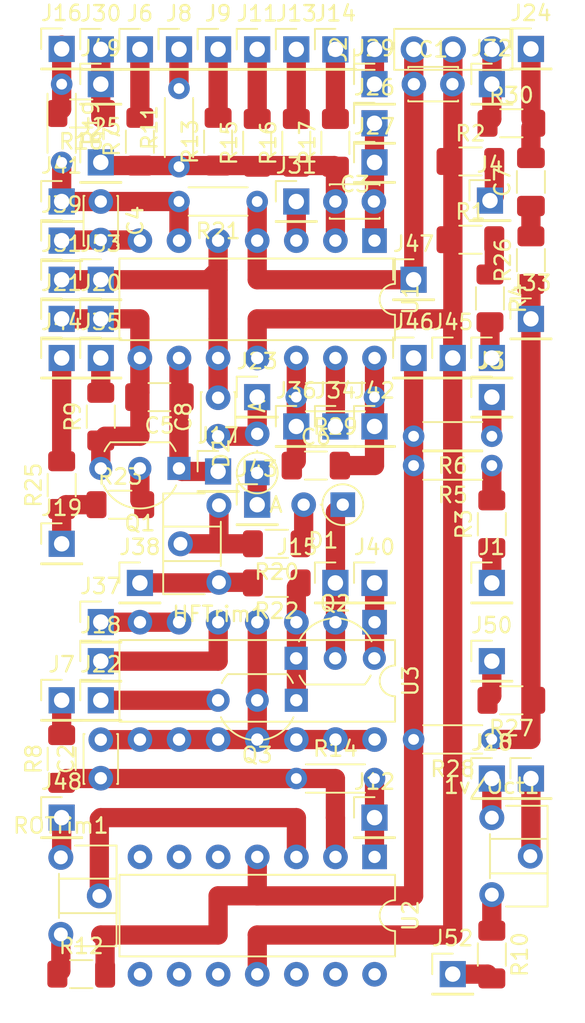
<source format=kicad_pcb>
(kicad_pcb (version 20211014) (generator pcbnew)
  (layers (0 "F.Cu" signal) (31 "B.Cu" signal) (34 "B.Paste" user) (35 "F.Paste" user) (36 "B.SilkS" user "B.Silkscreen") (37 "F.SilkS" user "F.Silkscreen") (38 "B.Mask" user) (39 "F.Mask" user) (44 "Edge.Cuts" user))
  (net 0 "")
  (net 1 "Net-(1v/Oct1-Pad1)")
  (net 2 "Net-(1v/Oct1-Pad2)")
  (net 3 "Net-(1v/Oct1-Pad3)")
  (net 4 "+12V")
  (net 5 "-12V")
  (net 6 "Net-(C2-Pad1)")
  (net 7 "GND")
  (net 8 "Net-(C4-Pad1)")
  (net 9 "Net-(C4-Pad2)")
  (net 10 "Net-(C5-Pad1)")
  (net 11 "Net-(C5-Pad2)")
  (net 12 "Net-(C6-Pad2)")
  (net 13 "Net-(C7-Pad1)")
  (net 14 "Net-(C7-Pad2)")
  (net 15 "Net-(C8-Pad1)")
  (net 16 "Net-(D1-Pad1)")
  (net 17 "Net-(D1-Pad2)")
  (net 18 "Net-(HFTrim1-Pad2)")
  (net 19 "Net-(J3-Pad1)")
  (net 20 "Net-(J4-Pad1)")
  (net 21 "Net-(J5-Pad1)")
  (net 22 "Net-(J6-Pad1)")
  (net 23 "Net-(J7-Pad1)")
  (net 24 "Net-(J8-Pad1)")
  (net 25 "Net-(J9-Pad1)")
  (net 26 "Net-(J11-Pad1)")
  (net 27 "Net-(J12-Pad1)")
  (net 28 "Net-(J13-Pad1)")
  (net 29 "Net-(J14-Pad1)")
  (net 30 "Net-(J16-Pad1)")
  (net 31 "Net-(J19-Pad1)")
  (net 32 "Net-(ROTrim1-Pad2)")
  (net 33 "Net-(J1-Pad1)")
  (net 34 "Net-(J18-Pad1)")
  (net 35 "Net-(J22-Pad1)")
  (net 36 "Net-(Q1-Pad2)")
  (net 37 "Net-(Q2-Pad1)")
  (net 38 "Net-(R1-Pad2)")
  (net 39 "Net-(R3-Pad2)")
  (net 40 "Net-(R12-Pad1)")
  (net 41 "Net-(C3-Pad2)")
  (net 42 "Net-(J34-Pad1)")
  (net 43 "Net-(J35-Pad1)")
  (net 44 "Net-(J37-Pad1)")
  (net 45 "Net-(D2-Pad1)")
  (net 46 "Net-(C3-Pad1)")
  (net 47 "Net-(C6-Pad1)")
  (net 48 "Net-(HFTrim1-Pad1)")
  (net 49 "Net-(J33-Pad1)")
  (net 50 "Net-(J40-Pad1)")
  (net 51 "Net-(J44-Pad1)")
  (net 52 "Net-(ROTrim1-Pad1)")
  (net 53 "Net-(R27-Pad2)")
  (net 54 "Net-(R10-Pad2)")
  (footprint "Connector_PinHeader_2.54mm:PinHeader_1x01_P2.54mm_Vertical" (layer "F.Cu") (at 87.63 -21.31)
    (fp_text reference "J9")
    (fp_text value "CVIN 1")
  )
  (footprint "Resistor_THT:R_Axial_DIN0204_L3.6mm_D1.6mm_P5.08mm_Horizontal" (layer "F.Cu") (at 92.71 26.035)
    (fp_text reference "R14")
    (fp_text value "47k")
  )
  (footprint "Connector_PinHeader_2.54mm:PinHeader_1x01_P2.54mm_Vertical" (layer "F.Cu") (at 105.41 1.27)
    (fp_text reference "J3")
    (fp_text value "TP2+")
  )
  (footprint "Connector_PinHeader_2.54mm:PinHeader_1x01_P2.54mm_Vertical" (layer "F.Cu") (at 87.63 6.096)
    (fp_text reference "J17")
    (fp_text value "EXPIN")
  )
  (footprint "Connector_PinHeader_2.54mm:PinHeader_1x01_P2.54mm_Vertical" (layer "F.Cu") (at 77.47 -8.89)
    (fp_text reference "J39")
    (fp_text value "jumper11")
  )
  (footprint "Connector_PinHeader_2.54mm:PinHeader_1x01_P2.54mm_Vertical" (layer "F.Cu") (at 77.47 -3.81)
    (fp_text reference "J21")
    (fp_text value "RAWOUT")
  )
  (footprint "Connector_PinHeader_2.54mm:PinHeader_1x01_P2.54mm_Vertical" (layer "F.Cu") (at 80.01 -13.97)
    (fp_text reference "J25")
    (fp_text value "tempco m1")
  )
  (footprint "Connector_PinHeader_2.54mm:PinHeader_1x01_P2.54mm_Vertical" (layer "F.Cu") (at 77.47 -11.43)
    (fp_text reference "J41")
    (fp_text value "jumper12")
  )
  (footprint "Resistor_SMD:R_1206_3216Metric_Pad1.30x1.75mm_HandSolder" (layer "F.Cu") (at 78.74 38.735)
    (fp_text reference "R12")
    (fp_text value "100k")
  )
  (footprint "Connector_PinHeader_2.54mm:PinHeader_1x01_P2.54mm_Vertical" (layer "F.Cu") (at 100.33 -6.35)
    (fp_text reference "J47")
    (fp_text value "plus12")
  )
  (footprint "Diode_THT:D_DO-35_SOD27_P2.54mm_Vertical_AnodeUp" (layer "F.Cu") (at 90.17 6.194314 90)
    (fp_text reference "D2")
    (fp_text value "DIODE")
  )
  (footprint "Resistor_SMD:R_1206_3216Metric_Pad1.30x1.75mm_HandSolder" (layer "F.Cu") (at 92.71 -15.24 90)
    (fp_text reference "R16")
    (fp_text value "100k")
  )
  (footprint "Diode_THT:D_DO-35_SOD27_P2.54mm_Vertical_AnodeUp" (layer "F.Cu") (at 95.729315 8.255 180)
    (fp_text reference "D1")
    (fp_text value "DIODE")
  )
  (footprint "Package_DIP:DIP-14_W7.62mm" (layer "F.Cu") (at 97.795 15.885 -90)
    (fp_text reference "U3")
    (fp_text value "LM324")
  )
  (footprint "Potentiometer_THT:Potentiometer_ACP_CA6-H2,5_Horizontal" (layer "F.Cu") (at 87.685 13.295 180)
    (fp_text reference "HFTrim1")
    (fp_text value "100k")
  )
  (footprint "Connector_PinHeader_2.54mm:PinHeader_1x01_P2.54mm_Vertical" (layer "F.Cu") (at 95.25 -21.31)
    (fp_text reference "J14")
    (fp_text value "CVIN 4")
  )
  (footprint "Resistor_SMD:R_1206_3216Metric_Pad1.30x1.75mm_HandSolder" (layer "F.Cu") (at 91.44 10.795 180)
    (fp_text reference "R20")
    (fp_text value "4.7k")
  )
  (footprint "Resistor_SMD:R_1206_3216Metric_Pad1.30x1.75mm_HandSolder" (layer "F.Cu") (at 106.68 -16.51)
    (fp_text reference "R30")
    (fp_text value "100k")
  )
  (footprint "Connector_PinHeader_2.54mm:PinHeader_1x01_P2.54mm_Vertical" (layer "F.Cu") (at 90.17 -21.31)
    (fp_text reference "J11")
    (fp_text value "CVIN 2")
  )
  (footprint "Package_TO_SOT_THT:TO-92L_Inline_Wide" (layer "F.Cu") (at 92.7 18.23)
    (fp_text reference "Q2")
    (fp_text value "2N3904")
  )
  (footprint "Connector_PinHeader_2.54mm:PinHeader_1x01_P2.54mm_Vertical" (layer "F.Cu") (at 90.17 8.255)
    (fp_text reference "J43")
    (fp_text value "JUMPER15")
  )
  (footprint "Resistor_SMD:R_1206_3216Metric_Pad1.30x1.75mm_HandSolder" (layer "F.Cu") (at 90.17 -15.24 90)
    (fp_text reference "R15")
    (fp_text value "100k")
  )
  (footprint "Capacitor_THT:C_Disc_D3.0mm_W2.0mm_P2.50mm" (layer "F.Cu") (at 80.01 -11.43 -90)
    (fp_text reference "C4")
    (fp_text value "100pF")
  )
  (footprint "Connector_PinHeader_2.54mm:PinHeader_1x01_P2.54mm_Vertical" (layer "F.Cu") (at 92.71 3.175)
    (fp_text reference "J36")
    (fp_text value "JUMPER4")
  )
  (footprint "Resistor_THT:R_Axial_DIN0204_L3.6mm_D1.6mm_P5.08mm_Horizontal" (layer "F.Cu") (at 105.41 5.715 180)
    (fp_text reference "R5")
    (fp_text value "100k")
  )
  (footprint "Connector_PinHeader_2.54mm:PinHeader_1x01_P2.54mm_Vertical" (layer "F.Cu") (at 105.41 -19.05)
    (fp_text reference "J32")
    (fp_text value "gndj2")
  )
  (footprint "Resistor_SMD:R_1206_3216Metric_Pad1.30x1.75mm_HandSolder" (layer "F.Cu") (at 104.02 -8.95)
    (fp_text reference "R1")
    (fp_text value "100k")
  )
  (footprint "Package_TO_SOT_THT:TO-92L_Inline_Wide" (layer "F.Cu") (at 92.71 20.955 180)
    (fp_text reference "Q3")
    (fp_text value "2N3904")
  )
  (footprint "Connector_PinHeader_2.54mm:PinHeader_1x01_P2.54mm_Vertical" (layer "F.Cu") (at 107.95 -21.336)
    (fp_text reference "J24")
    (fp_text value "SYNC")
  )
  (footprint "Connector_PinHeader_2.54mm:PinHeader_1x01_P2.54mm_Vertical" (layer "F.Cu") (at 80.01 18.415)
    (fp_text reference "J18")
    (fp_text value "EXPOUT")
  )
  (footprint "Resistor_SMD:R_1206_3216Metric_Pad1.30x1.75mm_HandSolder" (layer "F.Cu") (at 105.41 37.465 -90)
    (fp_text reference "R10")
    (fp_text value "475")
  )
  (footprint "Connector_PinHeader_2.54mm:PinHeader_1x01_P2.54mm_Vertical" (layer "F.Cu") (at 97.79 -19.05)
    (fp_text reference "J29")
    (fp_text value "gndj0")
  )
  (footprint "Connector_PinHeader_2.54mm:PinHeader_1x01_P2.54mm_Vertical" (layer "F.Cu") (at 107.95 -3.81)
    (fp_text reference "J33")
    (fp_text value "JUMPER2")
  )
  (footprint "Resistor_SMD:R_1206_3216Metric_Pad1.30x1.75mm_HandSolder" (layer "F.Cu") (at 105.29 -5.14 -90)
    (fp_text reference "R4")
    (fp_text value "100k")
  )
  (footprint "Resistor_SMD:R_1206_3216Metric_Pad1.30x1.75mm_HandSolder" (layer "F.Cu") (at 81.28 8.255)
    (fp_text reference "R23")
    (fp_text value "100k")
  )
  (footprint "Resistor_SMD:R_1206_3216Metric_Pad1.30x1.75mm_HandSolder" (layer "F.Cu") (at 107.95 -7.62 90)
    (fp_text reference "R26")
    (fp_text value "1k")
  )
  (footprint "Capacitor_SMD:C_1206_3216Metric_Pad1.33x1.80mm_HandSolder" (layer "F.Cu") (at 83.82 1.27 180)
    (fp_text reference "C5")
    (fp_text value "0.005uF")
  )
  (footprint "Capacitor_THT:C_Disc_D3.0mm_W2.0mm_P2.50mm" (layer "F.Cu") (at 87.63 3.81 90)
    (fp_text reference "C8")
    (fp_text value "100pF")
  )
  (footprint "Connector_PinHeader_2.54mm:PinHeader_1x01_P2.54mm_Vertical" (layer "F.Cu") (at 102.87 38.735)
    (fp_text reference "J52")
    (fp_text value "gnd")
  )
  (footprint "Connector_PinHeader_2.54mm:PinHeader_1x01_P2.54mm_Vertical" (layer "F.Cu") (at 102.87 -1.27)
    (fp_text reference "J45")
    (fp_text value "minus12")
  )
  (footprint "Connector_PinHeader_2.54mm:PinHeader_1x01_P2.54mm_Vertical" (layer "F.Cu") (at 77.47 -1.27)
    (fp_text reference "J44")
    (fp_text value "minus12")
  )
  (footprint "Resistor_SMD:R_1206_3216Metric_Pad1.30x1.75mm_HandSolder" (layer "F.Cu") (at 82.55 -15.315 90)
    (fp_text reference "R7")
    (fp_text value "100k")
  )
  (footprint "Resistor_SMD:R_1206_3216Metric_Pad1.30x1.75mm_HandSolder" (layer "F.Cu") (at 104.02 -14.03)
    (fp_text reference "R2")
    (fp_text value "10k")
  )
  (footprint "Connector_PinHeader_2.54mm:PinHeader_1x01_P2.54mm_Vertical" (layer "F.Cu") (at 97.79 28.575)
    (fp_text reference "J12")
    (fp_text value "RAMPOUT")
  )
  (footprint "Connector_PinHeader_2.54mm:PinHeader_1x01_P2.54mm_Vertical" (layer "F.Cu") (at 85.09 -21.31)
    (fp_text reference "J8")
    (fp_text value "TP2val")
  )
  (footprint "Resistor_SMD:R_1206_3216Metric_Pad1.30x1.75mm_HandSolder" (layer "F.Cu") (at 87.63 -15.315 90)
    (fp_text reference "R13")
    (fp_text value "100k")
  )
  (footprint "Capacitor_THT:C_Disc_D3.0mm_W2.0mm_P2.50mm" (layer "F.Cu") (at 100.35 -19.05)
    (fp_text reference "C1")
    (fp_text value ".1uF")
  )
  (footprint "Connector_PinHeader_2.54mm:PinHeader_1x01_P2.54mm_Vertical" (layer "F.Cu") (at 80.01 15.875)
    (fp_text reference "J37")
    (fp_text value "gnd")
  )
  (footprint "Connector_PinHeader_2.54mm:PinHeader_1x01_P2.54mm_Vertical" (layer "F.Cu") (at 90.17 1.27)
    (fp_text reference "J23")
    (fp_text value "JUMPER00")
  )
  (footprint "Resistor_THT:R_Axial_DIN0204_L3.6mm_D1.6mm_P5.08mm_Horizontal" (layer "F.Cu") (at 97.79 1.27 180)
    (fp_text reference "R29")
    (fp_text value "1M")
  )
  (footprint "Resistor_SMD:R_1206_3216Metric_Pad1.30x1.75mm_HandSolder" (layer "F.Cu") (at 105.41 9.525 90)
    (fp_text reference "R3")
    (fp_text value "100k")
  )
  (footprint "Connector_PinHeader_2.54mm:PinHeader_1x01_P2.54mm_Vertical" (layer "F.Cu") (at 80.01 20.955)
    (fp_text reference "J22")
    (fp_text value "EXPOUT")
  )
  (footprint "Connector_PinHeader_2.54mm:PinHeader_1x01_P2.54mm_Vertical" (layer "F.Cu") (at 95.25 3.175)
    (fp_text reference "J34")
    (fp_text value "JUMPER3")
  )
  (footprint "Package_DIP:DIP-14_W7.62mm" (layer "F.Cu") (at 97.79 -8.89 -90)
    (fp_text reference "U1")
    (fp_text value "LM324")
  )
  (footprint "Resistor_SMD:R_1206_3216Metric_Pad1.30x1.75mm_HandSolder" (layer "F.Cu") (at 77.47 6.985 90)
    (fp_text reference "R25")
    (fp_text value "18k")
  )
  (footprint "Connector_PinHeader_2.54mm:PinHeader_1x01_P2.54mm_Vertical" (layer "F.Cu") (at 80.01 -1.27)
    (fp_text reference "J35")
    (fp_text value "JUMPER5")
  )
  (footprint "Connector_PinHeader_2.54mm:PinHeader_1x01_P2.54mm_Vertical" (layer "F.Cu") (at 100.33 -1.27)
    (fp_text reference "J46")
    (fp_text value "plus12")
  )
  (footprint "Connector_PinHeader_2.54mm:PinHeader_1x01_P2.54mm_Vertical" (layer "F.Cu") (at 97.79 -13.97)
    (fp_text reference "J27")
    (fp_text value "sumamp1")
  )
  (footprint "Connector_PinHeader_2.54mm:PinHeader_1x01_P2.54mm_Vertical" (layer "F.Cu") (at 80.01 -6.35)
    (fp_text reference "J53")
    (fp_text value "gnd")
  )
  (footprint "Connector_PinHeader_2.54mm:PinHeader_1x01_P2.54mm_Vertical" (layer "F.Cu") (at 80.01 -19.05)
    (fp_text reference "J49")
    (fp_text value "gnd")
  )
  (footprint "Connector_PinHeader_2.54mm:PinHeader_1x01_P2.54mm_Vertical" (layer "F.Cu") (at 80.01 -21.31)
    (fp_text reference "J30")
    (fp_text value "gndj3")
  )
  (footprint "Resistor_SMD:R_1206_3216Metric_Pad1.30x1.75mm_HandSolder" (layer "F.Cu") (at 91.44 13.335 180)
    (fp_text reference "R22")
    (fp_text value "10k")
  )
  (footprint "Connector_PinHeader_2.54mm:PinHeader_1x01_P2.54mm_Vertical" (layer "F.Cu") (at 82.55 13.335)
    (fp_text reference "J38")
    (fp_text value "jumper10")
  )
  (footprint "Connector_PinHeader_2.54mm:PinHeader_1x01_P2.54mm_Vertical" (layer "F.Cu") (at 105.41 18.415)
    (fp_text reference "J50")
    (fp_text value "gnd")
  )
  (footprint "Connector_PinHeader_2.54mm:PinHeader_1x01_P2.54mm_Vertical" (layer "F.Cu") (at 92.71 -21.31)
    (fp_text reference "J13")
    (fp_text value "CVIN 3")
  )
  (footprint "Resistor_SMD:R_1206_3216Metric_Pad1.30x1.75mm_HandSolder" (layer "F.Cu") (at 95.25 -15.24 90)
    (fp_text reference "R17")
    (fp_text value "100k")
  )
  (footprint "Connector_PinHeader_2.54mm:PinHeader_1x01_P2.54mm_Vertical" (layer "F.Cu") (at 95.25 13.335)
    (fp_text reference "J15")
    (fp_text value "LININ")
  )
  (footprint "Capacitor_THT:C_Disc_D3.0mm_W2.0mm_P2.50mm" (layer "F.Cu") (at 80.01 26.015 90)
    (fp_text reference "C2")
    (fp_text value "0.1uF")
  )
  (footprint "Connector_PinHeader_2.54mm:PinHeader_1x01_P2.54mm_Vertical" (layer "F.Cu") (at 80.01 -3.81)
    (fp_text reference "J20")
    (fp_text value "RAW")
  )
  (footprint "Connector_PinHeader_2.54mm:PinHeader_1x01_P2.54mm_Vertical" (layer "F.Cu") (at 82.55 -21.31)
    (fp_text reference "J6")
    (fp_text value "TP1val")
  )
  (footprint "Capacitor_SMD:C_1206_3216Metric_Pad1.33x1.80mm_HandSolder" (layer "F.Cu") (at 93.98 5.715)
    (fp_text reference "C6")
    (fp_text value "4.7pF")
  )
  (footprint "Connector_PinHeader_2.54mm:PinHeader_1x01_P2.54mm_Vertical" (layer "F.Cu") (at 105.41 -1.27)
    (fp_text reference "J5")
    (fp_text value "TP1-")
  )
  (footprint "Resistor_THT:R_Axial_DIN0204_L3.6mm_D1.6mm_P5.08mm_Horizontal" (layer "F.Cu") (at 105.41 3.81 180)
    (fp_text reference "R6")
    (fp_text value "47k")
  )
  (footprint "Connector_PinHeader_2.54mm:PinHeader_1x01_P2.54mm_Vertical" (layer "F.Cu") (at 77.47 -21.336)
    (fp_text reference "J16")
    (fp_text value "LIN Adj")
  )
  (footprint "Capacitor_THT:C_Disc_D3.0mm_W2.0mm_P2.50mm" (layer "F.Cu") (at 95.25 -11.43)
    (fp_text reference "C3")
    (fp_text value "100pF")
  )
  (footprint "Resistor_SMD:R_1206_3216Metric_Pad1.30x1.75mm_HandSolder" (layer "F.Cu") (at 77.47 24.765 90)
    (fp_text reference "R8")
    (fp_text value "10k")
  )
  (footprint "Resistor_THT:R_Axial_DIN0204_L3.6mm_D1.6mm_P5.08mm_Horizontal" (layer "F.Cu") (at 90.17 -11.43 180)
    (fp_text reference "R21")
    (fp_text value "1M")
  )
  (footprint "Potentiometer_THT:Potentiometer_ACP_CA6-H2,5_Horizontal" (layer "F.Cu") (at 105.41 28.575)
    (fp_text reference "1v/Oct1")
    (fp_text value "100")
  )
  (footprint "Package_DIP:DIP-14_W7.62mm" (layer "F.Cu") (at 97.795 31.125 -90)
    (fp_text reference "U2")
    (fp_text value "LM324")
  )
  (footprint "Resistor_SMD:R_1206_3216Metric_Pad1.30x1.75mm_HandSolder" (layer "F.Cu") (at 78.74 -17.145 180)
    (fp_text reference "R18")
    (fp_text value "100k")
  )
  (footprint "Package_TO_SOT_THT:TO-92L_Inline_Wide" (layer "F.Cu") (at 85.09 5.9 180)
    (fp_text reference "Q1")
    (fp_text value "2N3904")
  )
  (footprint "Connector_PinHeader_2.54mm:PinHeader_1x01_P2.54mm_Vertical" (layer "F.Cu") (at 77.47 10.795)
    (fp_text reference "J19")
    (fp_text value "JUMPER00")
  )
  (footprint "Connector_PinHeader_2.54mm:PinHeader_1x01_P2.54mm_Vertical" (layer "F.Cu") (at 105.41 13.335)
    (fp_text reference "J1")
    (fp_text value "TP1+")
  )
  (footprint "Resistor_THT:R_Axial_DIN0204_L3.6mm_D1.6mm_P5.08mm_Horizontal" (layer "F.Cu") (at 85.09 -13.69 90)
    (fp_text reference "R11")
    (fp_text value "1M")
  )
  (footprint "Connector_PinHeader_2.54mm:PinHeader_1x01_P2.54mm_Vertical" (layer "F.Cu") (at 107.95 26.035)
    (fp_text reference "J10")
    (fp_text value "LINOUT")
  )
  (footprint "Resistor_SMD:R_1206_3216Metric_Pad1.30x1.75mm_HandSolder" (layer "F.Cu") (at 106.68 20.955 180)
    (fp_text reference "R27")
    (fp_text value "2k")
  )
  (footprint "Connector_PinHeader_2.54mm:PinHeader_1x01_P2.54mm_Vertical" (layer "F.Cu") (at 105.41 26.035)
    (fp_text reference "J28")
    (fp_text value "sumamp2")
  )
  (footprint "Connector_PinHeader_2.54mm:PinHeader_1x01_P2.54mm_Vertical" (layer "F.Cu") (at 97.79 13.335)
    (fp_text reference "J40")
    (fp_text value "jumper13")
  )
  (footprint "Capacitor_SMD:C_1206_3216Metric_Pad1.33x1.80mm_HandSolder" (layer "F.Cu") (at 107.95 -12.7 90)
    (fp_text reference "C7")
    (fp_text value "0.001uF")
  )
  (footprint "Connector_PinHeader_2.54mm:PinHeader_1x01_P2.54mm_Vertical" (layer "F.Cu") (at 105.29 -11.49)
    (fp_text reference "J4")
    (fp_text value "TP2-")
  )
  (footprint "Resistor_SMD:R_1206_3216Metric_Pad1.30x1.75mm_HandSolder" (layer "F.Cu") (at 80.01 2.54 90)
    (fp_text reference "R9")
    (fp_text value "10k")
  )
  (footprint "Connector_PinHeader_2.54mm:PinHeader_1x01_P2.54mm_Vertical" (layer "F.Cu") (at 77.47 -6.35)
    (fp_text reference "J51")
    (fp_text value "gnd")
  )
  (footprint "Connector_PinHeader_2.54mm:PinHeader_1x04_P2.54mm_Vertical" (layer "F.Cu") (at 97.8 -21.31 90)
    (fp_text reference "J2")
    (fp_text value "Power")
  )
  (footprint "Connector_PinHeader_2.54mm:PinHeader_1x01_P2.54mm_Vertical" (layer "F.Cu") (at 97.79 -16.51)
    (fp_text reference "J26")
    (fp_text value "tempco m2")
  )
  (footprint "Potentiometer_THT:Potentiometer_ACP_CA6-H2,5_Horizontal" (layer "F.Cu") (at 77.415 31.155)
    (fp_text reference "ROTrim1")
    (fp_text value "10k")
  )
  (footprint "Connector_PinHeader_2.54mm:PinHeader_1x01_P2.54mm_Vertical" (layer "F.Cu") (at 77.47 20.955)
    (fp_text reference "J7")
    (fp_text value "RAWIN")
  )
  (footprint "Connector_PinHeader_2.54mm:PinHeader_1x01_P2.54mm_Vertical" (layer "F.Cu") (at 77.47 28.575)
    (fp_text reference "J48")
    (fp_text value "gnd")
  )
  (footprint "Resistor_THT:R_Axial_DIN0204_L3.6mm_D1.6mm_P5.08mm_Horizontal" (layer "F.Cu") (at 105.41 23.495 180)
    (fp_text reference "R28")
    (fp_text value "10k")
  )
  (footprint "Connector_PinHeader_2.54mm:PinHeader_1x01_P2.54mm_Vertical" (layer "F.Cu") (at 92.71 -11.43)
    (fp_text reference "J31")
    (fp_text value "gndj1")
  )
  (footprint "Connector_PinHeader_2.54mm:PinHeader_1x01_P2.54mm_Vertical" (layer "F.Cu") (at 97.79 3.175)
    (fp_text reference "J42")
    (fp_text value "JUMPER14")
  )
  (footprint "Resistor_THT:R_Axial_DIN0204_L3.6mm_D1.6mm_P5.08mm_Horizontal" (layer "F.Cu") (at 77.47 -19.05 -90)
    (fp_text reference "R19")
    (fp_text value "1M")
  )
  (segment (start 105.41 26.035) (end 105.41 28.575) (width 1.25) (layer "F.Cu") (net 1))
  (segment (start 107.95 26.035) (end 107.95 31.035) (width 1.25) (layer "F.Cu") (net 2))
  (segment (start 107.95 31.035) (end 107.91 31.075) (width 1.25) (layer "F.Cu") (net 2))
  (segment (start 105.41 33.575) (end 105.41 35.915) (width 1.25) (layer "F.Cu") (net 3))
  (segment (start 80.29 38.735) (end 80.29 36.475) (width 1.25) (layer "F.Cu") (net 4))
  (segment (start 80.01 36.195) (end 87.63 36.195) (width 1.25) (layer "F.Cu") (net 4))
  (segment (start 90.17 -6.35) (end 90.17 -8.89) (width 1.25) (layer "F.Cu") (net 4))
  (segment (start 87.63 36.195) (end 87.63 33.655) (width 1.25) (layer "F.Cu") (net 4))
  (segment (start 80.29 36.475) (end 80.01 36.195) (width 1.25) (layer "F.Cu") (net 4))
  (segment (start 90.175 33.65) (end 90.175 31.125) (width 1.25) (layer "F.Cu") (net 4))
  (segment (start 87.63 33.655) (end 87.635 33.65) (width 1.25) (layer "F.Cu") (net 4))
  (segment (start 100.33 33.655) (end 90.17 33.655) (width 1.25) (layer "F.Cu") (net 4))
  (segment (start 100.33 -1.27) (end 100.33 33.655) (width 1.25) (layer "F.Cu") (net 4))
  (segment (start 100.33 -6.35) (end 90.17 -6.35) (width 1.25) (layer "F.Cu") (net 4))
  (segment (start 90.17 33.655) (end 90.175 33.65) (width 1.25) (layer "F.Cu") (net 4))
  (segment (start 100.34 -6.36) (end 100.33 -6.35) (width 1.25) (layer "F.Cu") (net 4))
  (segment (start 90.17 -11.43) (end 90.17 -8.89) (width 1.25) (layer "F.Cu") (net 4))
  (segment (start 87.635 33.65) (end 90.175 33.65) (width 1.25) (layer "F.Cu") (net 4))
  (segment (start 100.34 -21.31) (end 100.34 -6.36) (width 1.25) (layer "F.Cu") (net 4))
  (segment (start 102.88 -3.82) (end 102.87 -3.81) (width 1.25) (layer "F.Cu") (net 5))
  (segment (start 90.17 36.195) (end 90.175 36.2) (width 1.25) (layer "F.Cu") (net 5))
  (segment (start 102.88 -21.31) (end 102.88 -3.82) (width 1.25) (layer "F.Cu") (net 5))
  (segment (start 90.17 -3.81) (end 90.17 -1.27) (width 1.25) (layer "F.Cu") (net 5))
  (segment (start 102.87 36.195) (end 90.17 36.195) (width 1.25) (layer "F.Cu") (net 5))
  (segment (start 102.87 -3.81) (end 102.87 36.195) (width 1.25) (layer "F.Cu") (net 5))
  (segment (start 90.175 36.2) (end 90.175 38.745) (width 1.25) (layer "F.Cu") (net 5))
  (segment (start 102.87 -3.81) (end 90.17 -3.81) (width 1.25) (layer "F.Cu") (net 5))
  (segment (start 95.255 28.58) (end 95.25 28.575) (width 1.25) (layer "F.Cu") (net 6))
  (segment (start 95.255 31.125) (end 95.255 28.58) (width 1.25) (layer "F.Cu") (net 6))
  (segment (start 77.75 26.035) (end 77.47 26.315) (width 1.25) (layer "F.Cu") (net 6))
  (segment (start 95.25 26.035) (end 77.75 26.035) (width 1.25) (layer "F.Cu") (net 6))
  (segment (start 95.25 28.575) (end 95.25 26.035) (width 1.25) (layer "F.Cu") (net 6))
  (segment (start 105.41 -16.79) (end 105.13 -16.51) (width 1.25) (layer "F.Cu") (net 7))
  (segment (start 87.63 -3.81) (end 87.63 -1.27) (width 1.25) (layer "F.Cu") (net 7))
  (segment (start 97.795 23.505) (end 82.555 23.505) (width 1.25) (layer "F.Cu") (net 7))
  (segment (start 105.41 -19.05) (end 105.41 -16.79) (width 1.25) (layer "F.Cu") (net 7))
  (segment (start 86.995 -6.35) (end 87.63 -6.985) (width 1.25) (layer "F.Cu") (net 7))
  (segment (start 97.79 -21.3) (end 97.8 -21.31) (width 1.25) (layer "F.Cu") (net 7))
  (segment (start 87.63 -6.985) (end 87.63 -3.81) (width 1.25) (layer "F.Cu") (net 7))
  (segment (start 87.63 1.25) (end 87.65 1.27) (width 1.25) (layer "F.Cu") (net 7))
  (segment (start 80.01 -21.31) (end 80.01 -16.8656) (width 1.25) (layer "F.Cu") (net 7))
  (segment (start 97.79 -19.05) (end 97.79 -21.3) (width 1.25) (layer "F.Cu") (net 7))
  (segment (start 87.63 -8.89) (end 87.63 -6.985) (width 1.25) (layer "F.Cu") (net 7))
  (segment (start 92.71 -11.43) (end 92.71 -8.89) (width 1.25) (layer "F.Cu") (net 7))
  (segment (start 80.01 23.515) (end 82.545 23.515) (width 1.25) (layer "F.Cu") (net 7))
  (segment (start 87.63 -1.27) (end 87.63 1.25) (width 1.25) (layer "F.Cu") (net 7))
  (segment (start 82.545 23.515) (end 82.555 23.505) (width 1.25) (layer "F.Cu") (net 7))
  (segment (start 105.42 -19.06) (end 105.41 -19.05) (width 1.25) (layer "F.Cu") (net 7))
  (segment (start 90.175 15.885) (end 90.175 23.505) (width 1.25) (layer "F.Cu") (net 7))
  (segment (start 105.42 -21.31) (end 105.42 -19.06) (width 1.25) (layer "F.Cu") (net 7))
  (segment (start 77.47 -6.35) (end 86.995 -6.35) (width 1.25) (layer "F.Cu") (net 7))
  (segment (start 77.47 -13.97) (end 77.47 -11.43) (width 1.25) (layer "F.Cu") (net 8))
  (segment (start 85.09 -8.89) (end 85.09 -11.43) (width 1.25) (layer "F.Cu") (net 8))
  (segment (start 85.09 -11.43) (end 77.47 -11.43) (width 1.25) (layer "F.Cu") (net 8))
  (segment (start 82.51 -8.93) (end 82.55 -8.89) (width 1.25) (layer "F.Cu") (net 9))
  (segment (start 77.51 -8.93) (end 77.47 -8.89) (width 1.25) (layer "F.Cu") (net 9))
  (segment (start 80.01 -8.93) (end 82.51 -8.93) (width 1.25) (layer "F.Cu") (net 9))
  (segment (start 80.01 -8.93) (end 77.51 -8.93) (width 1.25) (layer "F.Cu") (net 9))
  (segment (start 85.286 6.096) (end 85.09 5.9) (width 1.25) (layer "F.Cu") (net 10))
  (segment (start 87.63 6.096) (end 85.286 6.096) (width 1.25) (layer "F.Cu") (net 10))
  (segment (start 85.09 -1.27) (end 85.09 5.9) (width 1.25) (layer "F.Cu") (net 10))
  (segment (start 80.01 4.09) (end 80.01 5.9) (width 1.25) (layer "F.Cu") (net 11))
  (segment (start 80.01 -3.81) (end 82.55 -3.81) (width 1.25) (layer "F.Cu") (net 11))
  (segment (start 80.29 3.81) (end 80.01 4.09) (width 1.25) (layer "F.Cu") (net 11))
  (segment (start 82.55 0.9775) (end 82.2575 1.27) (width 1.25) (layer "F.Cu") (net 11))
  (segment (start 82.55 -1.27) (end 82.55 3.81) (width 1.25) (layer "F.Cu") (net 11))
  (segment (start 82.55 -1.27) (end 82.55 0.9775) (width 1.25) (layer "F.Cu") (net 11))
  (segment (start 82.56 -1.26) (end 82.55 -1.27) (width 1.25) (layer "F.Cu") (net 11))
  (segment (start 82.55 -1.27) (end 82.55 -3.81) (width 1.25) (layer "F.Cu") (net 11))
  (segment (start 80.01 -3.81) (end 77.47 -3.81) (width 1.25) (layer "F.Cu") (net 11))
  (segment (start 82.55 3.81) (end 80.29 3.81) (width 1.25) (layer "F.Cu") (net 11))
  (segment (start 97.79 5.715) (end 95.5425 5.715) (width 1.25) (layer "F.Cu") (net 12))
  (segment (start 97.79 -1.27) (end 97.79 5.715) (width 1.25) (layer "F.Cu") (net 12))
  (segment (start 107.95 -11.1375) (end 107.95 -9.17) (width 1.25) (layer "F.Cu") (net 13))
  (segment (start 107.95 -16.23) (end 108.23 -16.51) (width 1.25) (layer "F.Cu") (net 14))
  (segment (start 107.95 -16.79) (end 108.23 -16.51) (width 1.25) (layer "F.Cu") (net 14))
  (segment (start 107.95 -14.2625) (end 107.95 -16.23) (width 1.25) (layer "F.Cu") (net 14))
  (segment (start 107.95 -21.336) (end 107.95 -16.79) (width 1.25) (layer "F.Cu") (net 14))
  (segment (start 87.63 3.81) (end 90.014314 3.81) (width 1.25) (layer "F.Cu") (net 15))
  (segment (start 90.17 3.654314) (end 90.17 1.27) (width 1.25) (layer "F.Cu") (net 15))
  (segment (start 90.014314 3.81) (end 90.17 3.654314) (width 1.25) (layer "F.Cu") (net 15))
  (segment (start 95.255 15.885) (end 95.255 8.729315) (width 1.25) (layer "F.Cu") (net 16))
  (segment (start 95.25 15.88) (end 95.255 15.885) (width 1.25) (layer "F.Cu") (net 16))
  (segment (start 95.255 8.729315) (end 95.729315 8.255) (width 1.25) (layer "F.Cu") (net 16))
  (segment (start 95.255 15.885) (end 95.255 18.215) (width 1.25) (layer "F.Cu") (net 16))
  (segment (start 95.255 18.215) (end 95.24 18.23) (width 1.25) (layer "F.Cu") (net 16))
  (segment (start 93.189315 8.255) (end 93.189315 10.595685) (width 1.25) (layer "F.Cu") (net 17))
  (segment (start 93.189315 10.595685) (end 92.99 10.795) (width 1.25) (layer "F.Cu") (net 17))
  (segment (start 87.685 8.295) (end 87.685 10.74) (width 1.25) (layer "F.Cu") (net 18))
  (segment (start 87.63 10.795) (end 85.185 10.795) (width 1.25) (layer "F.Cu") (net 18))
  (segment (start 87.685 10.74) (end 87.63 10.795) (width 1.25) (layer "F.Cu") (net 18))
  (segment (start 87.63 10.795) (end 89.89 10.795) (width 1.25) (layer "F.Cu") (net 18))
  (segment (start 105.41 1.27) (end 105.41 3.81) (width 1.25) (layer "F.Cu") (net 19))
  (segment (start 105.57 -11.77) (end 105.29 -11.49) (width 1.25) (layer "F.Cu") (net 20))
  (segment (start 105.57 -14.03) (end 105.57 -11.77) (width 1.25) (layer "F.Cu") (net 20))
  (segment (start 105.29 -3.59) (end 105.29 -1.33) (width 1.25) (layer "F.Cu") (net 21))
  (segment (start 82.55 -21.31) (end 82.55 -16.865) (width 1.25) (layer "F.Cu") (net 22))
  (segment (start 77.47 20.955) (end 77.47 23.215) (width 1.25) (layer "F.Cu") (net 23))
  (segment (start 85.09 -18.77) (end 85.09 -21.31) (width 1.25) (layer "F.Cu") (net 24))
  (segment (start 87.63 -21.31) (end 87.63 -16.865) (width 1.25) (layer "F.Cu") (net 25))
  (segment (start 90.17 -16.79) (end 90.17 -21.31) (width 1.25) (layer "F.Cu") (net 26))
  (segment (start 97.79 31.12) (end 97.795 31.125) (width 1.25) (layer "F.Cu") (net 27))
  (segment (start 97.79 26.035) (end 97.79 31.12) (width 1.25) (layer "F.Cu") (net 27))
  (segment (start 92.71 -21.31) (end 92.71 -16.79) (width 1.25) (layer "F.Cu") (net 28))
  (segment (start 95.25 -16.79) (end 95.25 -21.31) (width 1.25) (layer "F.Cu") (net 29))
  (segment (start 77.47 -21.59) (end 77.47 -19.05) (width 1.25) (layer "F.Cu") (net 30))
  (segment (start 77.47 -17.425) (end 77.19 -17.145) (width 1.25) (layer "F.Cu") (net 30))
  (segment (start 77.47 -19.05) (end 77.47 -17.425) (width 1.25) (layer "F.Cu") (net 30))
  (segment (start 77.47 8.535) (end 77.47 10.795) (width 1.25) (layer "F.Cu") (net 31))
  (segment (start 77.75 8.255) (end 77.47 8.535) (width 1.25) (layer "F.Cu") (net 31))
  (segment (start 79.73 8.255) (end 77.75 8.255) (width 1.25) (layer "F.Cu") (net 31))
  (segment (start 92.71 28.575) (end 80.01 28.575) (width 1.25) (layer "F.Cu") (net 32))
  (segment (start 80.01 28.575) (end 79.915 28.67) (width 1.25) (layer "F.Cu") (net 32))
  (segment (start 92.715 28.58) (end 92.71 28.575) (width 1.25) (layer "F.Cu") (net 32))
  (segment (start 79.915 28.67) (end 79.915 33.655) (width 1.25) (layer "F.Cu") (net 32))
  (segment (start 92.715 31.125) (end 92.715 28.58) (width 1.25) (layer "F.Cu") (net 32))
  (segment (start 105.41 11.075) (end 105.41 13.335) (width 1.25) (layer "F.Cu") (net 33))
  (segment (start 80.01 18.415) (end 87.63 18.415) (width 1.25) (layer "F.Cu") (net 34))
  (segment (start 87.63 18.415) (end 87.635 18.41) (width 1.25) (layer "F.Cu") (net 34))
  (segment (start 87.635 15.885) (end 87.635 18.41) (width 1.25) (layer "F.Cu") (net 34))
  (segment (start 87.63 20.955) (end 80.01 20.955) (width 1.25) (layer "F.Cu") (net 35))
  (segment (start 82.55 5.9) (end 82.55 7.975) (width 1.25) (layer "F.Cu") (net 36))
  (segment (start 82.55 7.975) (end 82.83 8.255) (width 1.25) (layer "F.Cu") (net 36))
  (segment (start 92.715 15.885) (end 92.715 13.61) (width 1.25) (layer "F.Cu") (net 37))
  (segment (start 92.715 20.95) (end 92.71 20.955) (width 1.25) (layer "F.Cu") (net 37))
  (segment (start 92.715 15.885) (end 92.715 20.95) (width 1.25) (layer "F.Cu") (net 37))
  (segment (start 92.715 13.61) (end 92.99 13.335) (width 1.25) (layer "F.Cu") (net 37))
  (segment (start 105.57 -8.95) (end 105.57 -6.97) (width 1.25) (layer "F.Cu") (net 38))
  (segment (start 105.57 -6.97) (end 105.29 -6.69) (width 1.25) (layer "F.Cu") (net 38))
  (segment (start 105.41 5.715) (end 105.41 7.975) (width 1.25) (layer "F.Cu") (net 39))
  (segment (start 77.415 36.155) (end 77.415 38.51) (width 1.25) (layer "F.Cu") (net 40))
  (segment (start 77.415 38.51) (end 77.19 38.735) (width 1.25) (layer "F.Cu") (net 40))
  (segment (start 97.79 -13.97) (end 97.79 -8.89) (width 1.25) (layer "F.Cu") (net 41))
  (segment (start 97.79 -16.51) (end 97.79 -13.97) (width 1.25) (layer "F.Cu") (net 41))
  (segment (start 95.25 -1.27) (end 95.25 3.175) (width 1.25) (layer "F.Cu") (net 42))
  (segment (start 80.01 -1.27) (end 80.01 0.99) (width 1.25) (layer "F.Cu") (net 43))
  (segment (start 82.555 15.885) (end 80.02 15.885) (width 1.25) (layer "F.Cu") (net 44))
  (segment (start 82.555 15.885) (end 85.095 15.885) (width 1.25) (layer "F.Cu") (net 44))
  (segment (start 80.02 15.885) (end 80.01 15.875) (width 1.25) (layer "F.Cu") (net 44))
  (segment (start 90.17 6.194314) (end 90.17 8.255) (width 1.25) (layer "F.Cu") (net 45))
  (segment (start 95.25 -13.69) (end 95.25 -8.89) (width 1.25) (layer "F.Cu") (net 46))
  (segment (start 82.55 -13.765) (end 95.175 -13.765) (width 1.25) (layer "F.Cu") (net 46))
  (segment (start 80.215 -13.765) (end 80.01 -13.97) (width 1.25) (layer "F.Cu") (net 46))
  (segment (start 82.55 -13.765) (end 80.215 -13.765) (width 1.25) (layer "F.Cu") (net 46))
  (segment (start 95.175 -13.765) (end 95.25 -13.69) (width 1.25) (layer "F.Cu") (net 46))
  (segment (start 92.71 -1.27) (end 92.71 5.4225) (width 1.25) (layer "F.Cu") (net 47))
  (segment (start 82.55 13.335) (end 87.645 13.335) (width 1.25) (layer "F.Cu") (net 48))
  (segment (start 89.85 13.295) (end 89.89 13.335) (width 1.25) (layer "F.Cu") (net 48))
  (segment (start 87.685 13.295) (end 89.85 13.295) (width 1.25) (layer "F.Cu") (net 48))
  (segment (start 87.645 13.335) (end 87.685 13.295) (width 1.25) (layer "F.Cu") (net 48))
  (segment (start 107.95 -6.07) (end 107.95 -3.81) (width 1.25) (layer "F.Cu") (net 49))
  (segment (start 107.95 23.495) (end 105.41 23.495) (width 1.25) (layer "F.Cu") (net 49))
  (segment (start 107.95 -3.81) (end 107.95 23.495) (width 1.25) (layer "F.Cu") (net 49))
  (segment (start 97.795 18.215) (end 97.78 18.23) (width 1.25) (layer "F.Cu") (net 50))
  (segment (start 97.795 15.885) (end 97.795 13.34) (width 1.25) (layer "F.Cu") (net 50))
  (segment (start 97.795 15.885) (end 97.795 18.215) (width 1.25) (layer "F.Cu") (net 50))
  (segment (start 97.795 13.34) (end 97.79 13.335) (width 1.25) (layer "F.Cu") (net 50))
  (segment (start 77.47 -1.27) (end 77.47 5.435) (width 1.25) (layer "F.Cu") (net 51))
  (segment (start 77.47 31.1) (end 77.415 31.155) (width 1.25) (layer "F.Cu") (net 52))
  (segment (start 77.47 28.575) (end 77.47 31.1) (width 1.25) (layer "F.Cu") (net 52))
  (segment (start 105.41 18.415) (end 105.41 20.675) (width 1.25) (layer "F.Cu") (net 53))
  (segment (start 105.41 20.675) (end 105.13 20.955) (width 1.25) (layer "F.Cu") (net 53))
  (segment (start 105.13 38.735) (end 105.41 39.015) (width 1.25) (layer "F.Cu") (net 54))
  (segment (start 102.87 38.735) (end 105.13 38.735) (width 1.25) (layer "F.Cu") (net 54))
)
</source>
